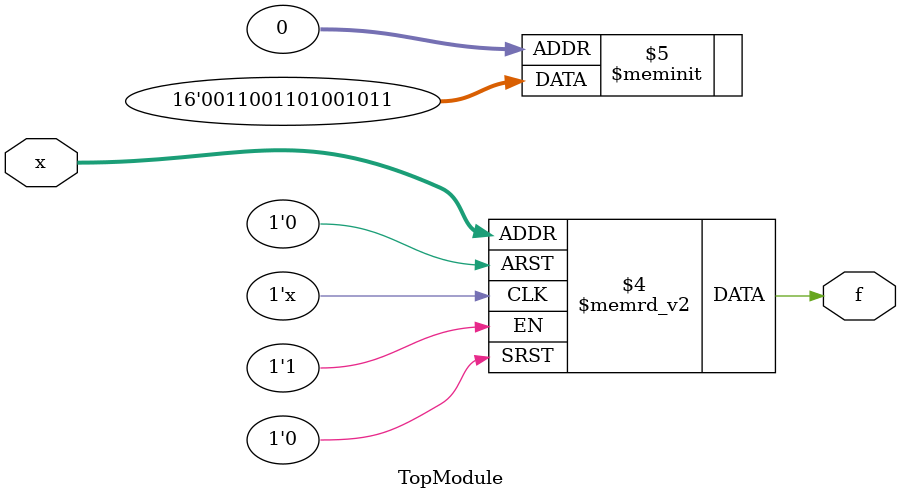
<source format=sv>
module TopModule(
    input logic [3:0] x,
    output logic f
);

    always @(*) begin
        case (x)
            4'b0000, 4'b0001, 4'b0011, 4'b0110, 4'b1000, 4'b1001, 4'b1100, 4'b1101: f = 1'b1;
            default: f = 1'b0;
        endcase
    end

endmodule
</source>
